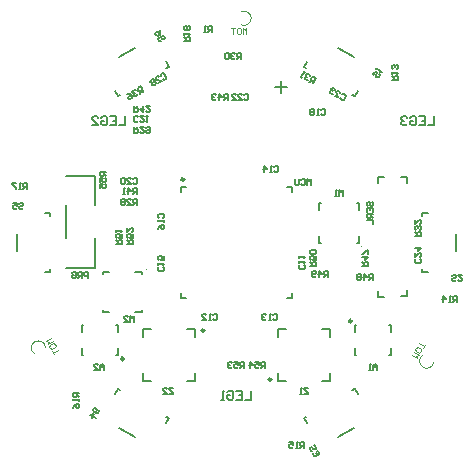
<source format=gbo>
G04 Layer_Color=32896*
%FSLAX25Y25*%
%MOIN*%
G70*
G01*
G75*
%ADD37C,0.00500*%
%ADD39C,0.00984*%
%ADD67C,0.00394*%
%ADD69C,0.00787*%
D37*
X148500Y124599D02*
Y121600D01*
X146501D01*
X143502Y124599D02*
X145501D01*
Y121600D01*
X143502D01*
X145501Y123100D02*
X144501D01*
X140503Y124099D02*
X141002Y124599D01*
X142002D01*
X142502Y124099D01*
Y122100D01*
X142002Y121600D01*
X141002D01*
X140503Y122100D01*
Y123100D01*
X141502D01*
X139503Y124099D02*
X139003Y124599D01*
X138003D01*
X137504Y124099D01*
Y123599D01*
X138003Y123100D01*
X138503D01*
X138003D01*
X137504Y122600D01*
Y122100D01*
X138003Y121600D01*
X139003D01*
X139503Y122100D01*
X45400Y124599D02*
Y121600D01*
X43401D01*
X40402Y124599D02*
X42401D01*
Y121600D01*
X40402D01*
X42401Y123100D02*
X41401D01*
X37403Y124099D02*
X37902Y124599D01*
X38902D01*
X39402Y124099D01*
Y122100D01*
X38902Y121600D01*
X37902D01*
X37403Y122100D01*
Y123100D01*
X38402D01*
X34404Y121600D02*
X36403D01*
X34404Y123599D01*
Y124099D01*
X34903Y124599D01*
X35903D01*
X36403Y124099D01*
X87500Y32999D02*
Y30000D01*
X85501D01*
X82502Y32999D02*
X84501D01*
Y30000D01*
X82502D01*
X84501Y31499D02*
X83501D01*
X79503Y32499D02*
X80002Y32999D01*
X81002D01*
X81502Y32499D01*
Y30500D01*
X81002Y30000D01*
X80002D01*
X79503Y30500D01*
Y31499D01*
X80502D01*
X78503Y30000D02*
X77503D01*
X78003D01*
Y32999D01*
X78503Y32499D01*
X129500Y40000D02*
Y41333D01*
X128833Y41999D01*
X128167Y41333D01*
Y40000D01*
Y41000D01*
X129500D01*
X127501Y40000D02*
X126834D01*
X127167D01*
Y41999D01*
X127501Y41666D01*
X38500Y40000D02*
Y41333D01*
X37834Y41999D01*
X37167Y41333D01*
Y40000D01*
Y41000D01*
X38500D01*
X35168Y40000D02*
X36501D01*
X35168Y41333D01*
Y41666D01*
X35501Y41999D01*
X36167D01*
X36501Y41666D01*
X105166Y74833D02*
X105499Y74500D01*
Y73833D01*
X105166Y73500D01*
X103833D01*
X103500Y73833D01*
Y74500D01*
X103833Y74833D01*
X103500Y75499D02*
Y76166D01*
Y75833D01*
X105499D01*
X105166Y75499D01*
X103500Y77166D02*
Y77832D01*
Y77499D01*
X105499D01*
X105166Y77166D01*
X74667Y58166D02*
X75000Y58499D01*
X75667D01*
X76000Y58166D01*
Y56833D01*
X75667Y56500D01*
X75000D01*
X74667Y56833D01*
X74001Y56500D02*
X73334D01*
X73667D01*
Y58499D01*
X74001Y58166D01*
X71002Y56500D02*
X72334D01*
X71002Y57833D01*
Y58166D01*
X71335Y58499D01*
X72001D01*
X72334Y58166D01*
X94667D02*
X95000Y58499D01*
X95667D01*
X96000Y58166D01*
Y56833D01*
X95667Y56500D01*
X95000D01*
X94667Y56833D01*
X94001Y56500D02*
X93334D01*
X93667D01*
Y58499D01*
X94001Y58166D01*
X92335D02*
X92001Y58499D01*
X91335D01*
X91002Y58166D01*
Y57833D01*
X91335Y57500D01*
X91668D01*
X91335D01*
X91002Y57166D01*
Y56833D01*
X91335Y56500D01*
X92001D01*
X92335Y56833D01*
X95167Y107666D02*
X95500Y107999D01*
X96167D01*
X96500Y107666D01*
Y106333D01*
X96167Y106000D01*
X95500D01*
X95167Y106333D01*
X94501Y106000D02*
X93834D01*
X94167D01*
Y107999D01*
X94501Y107666D01*
X91835Y106000D02*
Y107999D01*
X92835Y107000D01*
X91502D01*
X58166Y74333D02*
X58499Y74000D01*
Y73333D01*
X58166Y73000D01*
X56833D01*
X56500Y73333D01*
Y74000D01*
X56833Y74333D01*
X56500Y74999D02*
Y75666D01*
Y75333D01*
X58499D01*
X58166Y74999D01*
X58499Y77998D02*
Y76666D01*
X57500D01*
X57833Y77332D01*
Y77665D01*
X57500Y77998D01*
X56833D01*
X56500Y77665D01*
Y76999D01*
X56833Y76666D01*
X56834Y90667D02*
X56501Y91000D01*
Y91667D01*
X56834Y92000D01*
X58167D01*
X58500Y91667D01*
Y91000D01*
X58167Y90667D01*
X58500Y90001D02*
Y89334D01*
Y89667D01*
X56501D01*
X56834Y90001D01*
X56501Y87002D02*
X56834Y87668D01*
X57500Y88335D01*
X58167D01*
X58500Y88001D01*
Y87335D01*
X58167Y87002D01*
X57834D01*
X57500Y87335D01*
Y88335D01*
X117753Y131953D02*
X118206Y132080D01*
X118788Y131754D01*
X118915Y131301D01*
X118263Y130138D01*
X117809Y130011D01*
X117228Y130337D01*
X117101Y130790D01*
X115194Y131478D02*
X116356Y130826D01*
X115846Y132640D01*
X116009Y132931D01*
X116463Y133059D01*
X117044Y132733D01*
X117171Y132279D01*
X115428Y133257D02*
X115300Y133711D01*
X114719Y134037D01*
X114265Y133909D01*
X114102Y133619D01*
X114230Y133165D01*
X114520Y133002D01*
X114230Y133165D01*
X113776Y133037D01*
X113613Y132747D01*
X113741Y132293D01*
X114322Y131967D01*
X114776Y132095D01*
X143666Y76833D02*
X143999Y76500D01*
Y75833D01*
X143666Y75500D01*
X142333D01*
X142000Y75833D01*
Y76500D01*
X142333Y76833D01*
X142000Y78832D02*
Y77499D01*
X143333Y78832D01*
X143666D01*
X143999Y78499D01*
Y77833D01*
X143666Y77499D01*
X142000Y80498D02*
X143999D01*
X143000Y79499D01*
Y80832D01*
X57304Y138062D02*
X57433Y138515D01*
X58016Y138839D01*
X58469Y138709D01*
X59116Y137544D01*
X58987Y137091D01*
X58404Y136767D01*
X57951Y136897D01*
X56365Y135635D02*
X57530Y136282D01*
X55718Y136800D01*
X55556Y137091D01*
X55685Y137544D01*
X56268Y137868D01*
X56721Y137739D01*
X54973Y136767D02*
X54520Y136897D01*
X53938Y136573D01*
X53808Y136120D01*
X53970Y135829D01*
X54423Y135699D01*
X54294Y135246D01*
X54456Y134955D01*
X54909Y134826D01*
X55491Y135149D01*
X55621Y135602D01*
X55459Y135894D01*
X55006Y136023D01*
X55135Y136476D01*
X54973Y136767D01*
X55006Y136023D02*
X54423Y135699D01*
X110667Y126666D02*
X111000Y126999D01*
X111667D01*
X112000Y126666D01*
Y125333D01*
X111667Y125000D01*
X111000D01*
X110667Y125333D01*
X110001Y125000D02*
X109334D01*
X109667D01*
Y126999D01*
X110001Y126666D01*
X108335D02*
X108001Y126999D01*
X107335D01*
X107002Y126666D01*
Y126333D01*
X107335Y126000D01*
X107002Y125666D01*
Y125333D01*
X107335Y125000D01*
X108001D01*
X108335Y125333D01*
Y125666D01*
X108001Y126000D01*
X108335Y126333D01*
Y126666D01*
X108001Y126000D02*
X107335D01*
X48167Y103666D02*
X48500Y103999D01*
X49167D01*
X49500Y103666D01*
Y102333D01*
X49167Y102000D01*
X48500D01*
X48167Y102333D01*
X46168Y102000D02*
X47501D01*
X46168Y103333D01*
Y103666D01*
X46501Y103999D01*
X47167D01*
X47501Y103666D01*
X45501D02*
X45168Y103999D01*
X44502D01*
X44168Y103666D01*
Y102333D01*
X44502Y102000D01*
X45168D01*
X45501Y102333D01*
Y103666D01*
X49846Y122845D02*
X49516Y122509D01*
X48849Y122503D01*
X48513Y122834D01*
X48503Y124167D01*
X48833Y124503D01*
X49500Y124508D01*
X49836Y124178D01*
X51832Y124527D02*
X50499Y124516D01*
X51843Y123194D01*
X51846Y122861D01*
X51515Y122525D01*
X50849Y122520D01*
X50513Y122850D01*
X52499Y124532D02*
X53165Y124538D01*
X52832Y124535D01*
X52848Y122536D01*
X52512Y122866D01*
X85167Y131666D02*
X85500Y131999D01*
X86167D01*
X86500Y131666D01*
Y130333D01*
X86167Y130000D01*
X85500D01*
X85167Y130333D01*
X83168Y130000D02*
X84501D01*
X83168Y131333D01*
Y131666D01*
X83501Y131999D01*
X84167D01*
X84501Y131666D01*
X81168Y130000D02*
X82501D01*
X81168Y131333D01*
Y131666D01*
X81502Y131999D01*
X82168D01*
X82501Y131666D01*
X118000Y98000D02*
Y99999D01*
X117333Y99333D01*
X116667Y99999D01*
Y98000D01*
X116001D02*
X115334D01*
X115667D01*
Y99999D01*
X116001Y99666D01*
X48500Y56000D02*
Y57999D01*
X47834Y57333D01*
X47167Y57999D01*
Y56000D01*
X45168D02*
X46501D01*
X45168Y57333D01*
Y57666D01*
X45501Y57999D01*
X46167D01*
X46501Y57666D01*
X107500Y101500D02*
Y103499D01*
X106834Y102833D01*
X106167Y103499D01*
Y101500D01*
X104168Y103166D02*
X104501Y103499D01*
X105167D01*
X105501Y103166D01*
Y101833D01*
X105167Y101500D01*
X104501D01*
X104168Y101833D01*
X103501Y103499D02*
Y101833D01*
X103168Y101500D01*
X102502D01*
X102168Y101833D01*
Y103499D01*
X33000Y70500D02*
Y72499D01*
X32000D01*
X31667Y72166D01*
Y71500D01*
X32000Y71166D01*
X33000D01*
X31001Y70500D02*
Y72499D01*
X30001D01*
X29668Y72166D01*
Y71500D01*
X30001Y71166D01*
X31001D01*
X30334D02*
X29668Y70500D01*
X27668Y72166D02*
X28002Y72499D01*
X28668D01*
X29001Y72166D01*
Y70833D01*
X28668Y70500D01*
X28002D01*
X27668Y70833D01*
Y71500D01*
X28335D01*
X108000Y135500D02*
X108931Y137269D01*
X108047Y137735D01*
X107597Y137595D01*
X107286Y137005D01*
X107426Y136555D01*
X108310Y136090D01*
X107721Y136400D02*
X106820Y136121D01*
X107007Y137906D02*
X106867Y138356D01*
X106277Y138666D01*
X105827Y138526D01*
X105672Y138232D01*
X105812Y137781D01*
X106107Y137626D01*
X105812Y137781D01*
X105362Y137642D01*
X105206Y137347D01*
X105346Y136897D01*
X105936Y136586D01*
X106386Y136726D01*
X104462Y137362D02*
X103872Y137673D01*
X104167Y137518D01*
X105098Y139287D01*
X105237Y138837D01*
X142000Y84500D02*
X143999D01*
Y85500D01*
X143666Y85833D01*
X143000D01*
X142666Y85500D01*
Y84500D01*
Y85166D02*
X142000Y85833D01*
X143666Y86499D02*
X143999Y86833D01*
Y87499D01*
X143666Y87832D01*
X143333D01*
X143000Y87499D01*
Y87166D01*
Y87499D01*
X142666Y87832D01*
X142333D01*
X142000Y87499D01*
Y86833D01*
X142333Y86499D01*
X142000Y89832D02*
Y88499D01*
X143333Y89832D01*
X143666D01*
X143999Y89498D01*
Y88832D01*
X143666Y88499D01*
X51500Y132755D02*
X50529Y134502D01*
X49655Y134017D01*
X49526Y133564D01*
X49849Y132981D01*
X50302Y132852D01*
X51176Y133337D01*
X50594Y133013D02*
X50335Y132107D01*
X48943Y133240D02*
X48490Y133370D01*
X47907Y133046D01*
X47778Y132593D01*
X47940Y132301D01*
X48393Y132172D01*
X48684Y132334D01*
X48393Y132172D01*
X48263Y131719D01*
X48425Y131428D01*
X48878Y131298D01*
X49461Y131622D01*
X49590Y132075D01*
X45868Y131913D02*
X46613Y131945D01*
X47519Y131686D01*
X47843Y131104D01*
X47713Y130651D01*
X47131Y130327D01*
X46678Y130457D01*
X46516Y130748D01*
X46645Y131201D01*
X47519Y131686D01*
X134500Y136500D02*
X136499D01*
Y137500D01*
X136166Y137833D01*
X135500D01*
X135167Y137500D01*
Y136500D01*
Y137167D02*
X134500Y137833D01*
Y138499D02*
Y139166D01*
Y138833D01*
X136499D01*
X136166Y138499D01*
Y140165D02*
X136499Y140499D01*
Y141165D01*
X136166Y141498D01*
X135833D01*
X135500Y141165D01*
Y140832D01*
Y141165D01*
X135167Y141498D01*
X134833D01*
X134500Y141165D01*
Y140499D01*
X134833Y140165D01*
X156000Y62500D02*
Y64499D01*
X155000D01*
X154667Y64166D01*
Y63500D01*
X155000Y63166D01*
X156000D01*
X155333D02*
X154667Y62500D01*
X154001D02*
X153334D01*
X153667D01*
Y64499D01*
X154001Y64166D01*
X151335Y62500D02*
Y64499D01*
X152334Y63500D01*
X151002D01*
X104900Y14100D02*
Y16099D01*
X103900D01*
X103567Y15766D01*
Y15100D01*
X103900Y14766D01*
X104900D01*
X104234D02*
X103567Y14100D01*
X102901D02*
X102234D01*
X102567D01*
Y16099D01*
X102901Y15766D01*
X99902Y16099D02*
X101234D01*
Y15100D01*
X100568Y15433D01*
X100235D01*
X99902Y15100D01*
Y14433D01*
X100235Y14100D01*
X100901D01*
X101234Y14433D01*
X29900Y32300D02*
X27901D01*
Y31300D01*
X28234Y30967D01*
X28900D01*
X29234Y31300D01*
Y32300D01*
Y31634D02*
X29900Y30967D01*
Y30301D02*
Y29634D01*
Y29967D01*
X27901D01*
X28234Y30301D01*
X27901Y27302D02*
X28234Y27968D01*
X28900Y28635D01*
X29567D01*
X29900Y28301D01*
Y27635D01*
X29567Y27302D01*
X29234D01*
X28900Y27635D01*
Y28635D01*
X12700Y100200D02*
Y102199D01*
X11700D01*
X11367Y101866D01*
Y101200D01*
X11700Y100866D01*
X12700D01*
X12033D02*
X11367Y100200D01*
X10701D02*
X10034D01*
X10367D01*
Y102199D01*
X10701Y101866D01*
X9035Y102199D02*
X7702D01*
Y101866D01*
X9035Y100533D01*
Y100200D01*
X65000Y149500D02*
X66999D01*
Y150500D01*
X66666Y150833D01*
X66000D01*
X65666Y150500D01*
Y149500D01*
Y150166D02*
X65000Y150833D01*
Y151499D02*
Y152166D01*
Y151833D01*
X66999D01*
X66666Y151499D01*
Y153165D02*
X66999Y153499D01*
Y154165D01*
X66666Y154498D01*
X66333D01*
X66000Y154165D01*
X65666Y154498D01*
X65333D01*
X65000Y154165D01*
Y153499D01*
X65333Y153165D01*
X65666D01*
X66000Y153499D01*
X66333Y153165D01*
X66666D01*
X66000Y153499D02*
Y154165D01*
X39000Y106000D02*
X37001D01*
Y105000D01*
X37334Y104667D01*
X38000D01*
X38334Y105000D01*
Y106000D01*
Y105333D02*
X39000Y104667D01*
X37001Y102668D02*
Y104001D01*
X38000D01*
X37667Y103334D01*
Y103001D01*
X38000Y102668D01*
X38667D01*
X39000Y103001D01*
Y103667D01*
X38667Y104001D01*
X37001Y100668D02*
Y102001D01*
X38000D01*
X37667Y101335D01*
Y101002D01*
X38000Y100668D01*
X38667D01*
X39000Y101002D01*
Y101668D01*
X38667Y102001D01*
X92000Y40500D02*
Y42499D01*
X91000D01*
X90667Y42166D01*
Y41500D01*
X91000Y41166D01*
X92000D01*
X91334D02*
X90667Y40500D01*
X88668Y42499D02*
X90001D01*
Y41500D01*
X89334Y41833D01*
X89001D01*
X88668Y41500D01*
Y40833D01*
X89001Y40500D01*
X89667D01*
X90001Y40833D01*
X87002Y40500D02*
Y42499D01*
X88001Y41500D01*
X86668D01*
X85000Y40500D02*
Y42499D01*
X84000D01*
X83667Y42166D01*
Y41500D01*
X84000Y41166D01*
X85000D01*
X84334D02*
X83667Y40500D01*
X81668Y42499D02*
X83001D01*
Y41500D01*
X82334Y41833D01*
X82001D01*
X81668Y41500D01*
Y40833D01*
X82001Y40500D01*
X82667D01*
X83001Y40833D01*
X81001Y42166D02*
X80668Y42499D01*
X80002D01*
X79668Y42166D01*
Y41833D01*
X80002Y41500D01*
X80335D01*
X80002D01*
X79668Y41166D01*
Y40833D01*
X80002Y40500D01*
X80668D01*
X81001Y40833D01*
X49500Y95000D02*
Y96999D01*
X48500D01*
X48167Y96666D01*
Y96000D01*
X48500Y95666D01*
X49500D01*
X48834D02*
X48167Y95000D01*
X46168D02*
X47501D01*
X46168Y96333D01*
Y96666D01*
X46501Y96999D01*
X47167D01*
X47501Y96666D01*
X45501D02*
X45168Y96999D01*
X44502D01*
X44168Y96666D01*
Y96333D01*
X44502Y96000D01*
X44168Y95666D01*
Y95333D01*
X44502Y95000D01*
X45168D01*
X45501Y95333D01*
Y95666D01*
X45168Y96000D01*
X45501Y96333D01*
Y96666D01*
X45168Y96000D02*
X44502D01*
X49500Y98500D02*
Y100499D01*
X48500D01*
X48167Y100166D01*
Y99500D01*
X48500Y99166D01*
X49500D01*
X48834D02*
X48167Y98500D01*
X46501D02*
Y100499D01*
X47501Y99500D01*
X46168D01*
X45501Y98500D02*
X44835D01*
X45168D01*
Y100499D01*
X45501Y100166D01*
X48500Y121000D02*
X48516Y119001D01*
X49516Y119009D01*
X49846Y119345D01*
X49841Y120011D01*
X49505Y120342D01*
X48505Y120334D01*
X49172Y120339D02*
X49833Y121011D01*
X51832Y121027D02*
X50499Y121016D01*
X51843Y119694D01*
X51846Y119361D01*
X51515Y119025D01*
X50849Y119020D01*
X50513Y119350D01*
X52501Y120699D02*
X52832Y121035D01*
X53498Y121041D01*
X53834Y120710D01*
X53845Y119377D01*
X53514Y119041D01*
X52848Y119036D01*
X52512Y119367D01*
X52509Y119700D01*
X52840Y120036D01*
X53839Y120044D01*
X48500Y128000D02*
Y126001D01*
X49500D01*
X49833Y126334D01*
Y127000D01*
X49500Y127333D01*
X48500D01*
X49166D02*
X49833Y128000D01*
X51499D02*
Y126001D01*
X50499Y127000D01*
X51832D01*
X53832Y128000D02*
X52499D01*
X53832Y126667D01*
Y126334D01*
X53498Y126001D01*
X52832D01*
X52499Y126334D01*
X83900Y143600D02*
Y145599D01*
X82900D01*
X82567Y145266D01*
Y144600D01*
X82900Y144266D01*
X83900D01*
X83234D02*
X82567Y143600D01*
X81901Y145266D02*
X81567Y145599D01*
X80901D01*
X80568Y145266D01*
Y144933D01*
X80901Y144600D01*
X81234D01*
X80901D01*
X80568Y144266D01*
Y143933D01*
X80901Y143600D01*
X81567D01*
X81901Y143933D01*
X79901Y145266D02*
X79568Y145599D01*
X78902D01*
X78568Y145266D01*
Y143933D01*
X78902Y143600D01*
X79568D01*
X79901Y143933D01*
Y145266D01*
X79700Y130000D02*
Y131999D01*
X78700D01*
X78367Y131666D01*
Y131000D01*
X78700Y130666D01*
X79700D01*
X79034D02*
X78367Y130000D01*
X76701D02*
Y131999D01*
X77701Y131000D01*
X76368D01*
X75701Y131666D02*
X75368Y131999D01*
X74702D01*
X74368Y131666D01*
Y131333D01*
X74702Y131000D01*
X75035D01*
X74702D01*
X74368Y130666D01*
Y130333D01*
X74702Y130000D01*
X75368D01*
X75701Y130333D01*
X74500Y152500D02*
Y154499D01*
X73500D01*
X73167Y154166D01*
Y153500D01*
X73500Y153166D01*
X74500D01*
X73834D02*
X73167Y152500D01*
X72501D02*
X71834D01*
X72167D01*
Y154499D01*
X72501Y154166D01*
X124500Y74500D02*
X126499D01*
Y75500D01*
X126166Y75833D01*
X125500D01*
X125166Y75500D01*
Y74500D01*
Y75166D02*
X124500Y75833D01*
Y77499D02*
X126499D01*
X125500Y76499D01*
Y77832D01*
X126499Y78499D02*
Y79832D01*
X126166D01*
X124833Y78499D01*
X124500D01*
X128000Y70012D02*
Y72011D01*
X127000D01*
X126667Y71678D01*
Y71012D01*
X127000Y70678D01*
X128000D01*
X127333D02*
X126667Y70012D01*
X125001D02*
Y72011D01*
X126001Y71012D01*
X124668D01*
X124001Y71678D02*
X123668Y72011D01*
X123002D01*
X122668Y71678D01*
Y71345D01*
X123002Y71012D01*
X122668Y70678D01*
Y70345D01*
X123002Y70012D01*
X123668D01*
X124001Y70345D01*
Y70678D01*
X123668Y71012D01*
X124001Y71345D01*
Y71678D01*
X123668Y71012D02*
X123002D01*
X113000Y71000D02*
Y72999D01*
X112000D01*
X111667Y72666D01*
Y72000D01*
X112000Y71666D01*
X113000D01*
X112334D02*
X111667Y71000D01*
X110001D02*
Y72999D01*
X111001Y72000D01*
X109668D01*
X109001Y71333D02*
X108668Y71000D01*
X108002D01*
X107668Y71333D01*
Y72666D01*
X108002Y72999D01*
X108668D01*
X109001Y72666D01*
Y72333D01*
X108668Y72000D01*
X107668D01*
X107000Y74500D02*
X108999D01*
Y75500D01*
X108666Y75833D01*
X108000D01*
X107667Y75500D01*
Y74500D01*
Y75166D02*
X107000Y75833D01*
X108999Y77832D02*
Y76499D01*
X108000D01*
X108333Y77166D01*
Y77499D01*
X108000Y77832D01*
X107333D01*
X107000Y77499D01*
Y76833D01*
X107333Y76499D01*
X108666Y78499D02*
X108999Y78832D01*
Y79498D01*
X108666Y79832D01*
X107333D01*
X107000Y79498D01*
Y78832D01*
X107333Y78499D01*
X108666D01*
X42500Y82000D02*
X44499D01*
Y83000D01*
X44166Y83333D01*
X43500D01*
X43166Y83000D01*
Y82000D01*
Y82666D02*
X42500Y83333D01*
X44499Y85332D02*
Y83999D01*
X43500D01*
X43833Y84666D01*
Y84999D01*
X43500Y85332D01*
X42833D01*
X42500Y84999D01*
Y84333D01*
X42833Y83999D01*
X42500Y85999D02*
Y86665D01*
Y86332D01*
X44499D01*
X44166Y85999D01*
X46000Y82000D02*
X47999D01*
Y83000D01*
X47666Y83333D01*
X47000D01*
X46666Y83000D01*
Y82000D01*
Y82666D02*
X46000Y83333D01*
X47999Y85332D02*
Y83999D01*
X47000D01*
X47333Y84666D01*
Y84999D01*
X47000Y85332D01*
X46333D01*
X46000Y84999D01*
Y84333D01*
X46333Y83999D01*
X46000Y87332D02*
Y85999D01*
X47333Y87332D01*
X47666D01*
X47999Y86998D01*
Y86332D01*
X47666Y85999D01*
X130117Y138762D02*
X130227Y138303D01*
X129877Y137736D01*
X129419Y137627D01*
X129135Y137801D01*
X129026Y138260D01*
X129375Y138828D01*
X129266Y139286D01*
X128982Y139461D01*
X128524Y139351D01*
X128175Y138784D01*
X128284Y138325D01*
X129048Y140203D02*
X129397Y140770D01*
X129223Y140487D01*
X130925Y139439D01*
X130467Y139330D01*
X155833Y69834D02*
X155500Y69501D01*
X154833D01*
X154500Y69834D01*
Y70167D01*
X154833Y70500D01*
X155500D01*
X155833Y70834D01*
Y71167D01*
X155500Y71500D01*
X154833D01*
X154500Y71167D01*
X157832Y71500D02*
X156499D01*
X157832Y70167D01*
Y69834D01*
X157499Y69501D01*
X156833D01*
X156499Y69834D01*
X107780Y12992D02*
X107321Y13101D01*
X106972Y13668D01*
X107081Y14127D01*
X107365Y14301D01*
X107823Y14192D01*
X108173Y13625D01*
X108631Y13516D01*
X108915Y13690D01*
X109024Y14149D01*
X108675Y14716D01*
X108216Y14825D01*
X108129Y12424D02*
X108020Y11966D01*
X108369Y11398D01*
X108827Y11289D01*
X109111Y11463D01*
X109220Y11922D01*
X109046Y12206D01*
X109220Y11922D01*
X109679Y11813D01*
X109963Y11987D01*
X110072Y12446D01*
X109722Y13013D01*
X109264Y13123D01*
X34894Y26155D02*
X34767Y26609D01*
X35094Y27190D01*
X35548Y27317D01*
X35838Y27154D01*
X35965Y26700D01*
X35639Y26119D01*
X35766Y25665D01*
X36056Y25502D01*
X36510Y25629D01*
X36837Y26210D01*
X36710Y26663D01*
X35530Y23886D02*
X33787Y24866D01*
X35149Y25247D01*
X34495Y24086D01*
X10167Y95166D02*
X10500Y95499D01*
X11167D01*
X11500Y95166D01*
Y94833D01*
X11167Y94500D01*
X10500D01*
X10167Y94166D01*
Y93833D01*
X10500Y93500D01*
X11167D01*
X11500Y93833D01*
X8168Y95499D02*
X9501D01*
Y94500D01*
X8834Y94833D01*
X8501D01*
X8168Y94500D01*
Y93833D01*
X8501Y93500D01*
X9167D01*
X9501Y93833D01*
X57785Y151484D02*
X58240Y151360D01*
X58571Y150781D01*
X58447Y150327D01*
X58157Y150161D01*
X57703Y150285D01*
X57372Y150864D01*
X56917Y150988D01*
X56628Y150823D01*
X56504Y150368D01*
X56835Y149789D01*
X57289Y149665D01*
X57083Y153385D02*
X57124Y152641D01*
X56876Y151732D01*
X56297Y151401D01*
X55843Y151525D01*
X55512Y152104D01*
X55636Y152559D01*
X55925Y152724D01*
X56380Y152600D01*
X56876Y151732D01*
X126334Y94667D02*
X126001Y95000D01*
Y95667D01*
X126334Y96000D01*
X126667D01*
X127000Y95667D01*
Y95000D01*
X127333Y94667D01*
X127667D01*
X128000Y95000D01*
Y95667D01*
X127667Y96000D01*
X126001Y92668D02*
Y94001D01*
X128000D01*
Y92668D01*
X127000Y94001D02*
Y93334D01*
X128000Y92001D02*
X126001D01*
Y91002D01*
X126334Y90668D01*
X127000D01*
X127333Y91002D01*
Y92001D01*
Y91335D02*
X128000Y90668D01*
X126001Y90002D02*
X128000D01*
Y88669D01*
X106500Y33999D02*
X105167D01*
Y33666D01*
X106500Y32333D01*
Y32000D01*
X105167D01*
X104501D02*
X103834D01*
X104167D01*
Y33999D01*
X104501Y33666D01*
X61500Y33999D02*
X60167D01*
Y33666D01*
X61500Y32333D01*
Y32000D01*
X60167D01*
X58168D02*
X59501D01*
X58168Y33333D01*
Y33666D01*
X58501Y33999D01*
X59167D01*
X59501Y33666D01*
D39*
X65079Y103563D02*
G03*
X65079Y103563I-492J0D01*
G01*
X71811Y53169D02*
G03*
X71811Y53169I-492J0D01*
G01*
X94173Y36831D02*
G03*
X94173Y36831I-492J0D01*
G01*
X44972Y43701D02*
G03*
X44972Y43701I-492J0D01*
G01*
X121012Y56299D02*
G03*
X121012Y56299I-492J0D01*
G01*
D67*
X52374Y73480D02*
G03*
X52374Y73480I-197J0D01*
G01*
X124377Y81223D02*
G03*
X124377Y81223I-197J0D01*
G01*
X18887Y47567D02*
G03*
X15153Y45412I-2369J-207D01*
G01*
X144559Y44876D02*
G03*
X148293Y42720I1364J-1948D01*
G01*
X84054Y155057D02*
G03*
X84054Y159368I1005J2156D01*
G01*
X20727Y50699D02*
X19023Y49715D01*
X19918Y49475D01*
X19678Y48579D01*
X21383Y49563D01*
X20498Y47159D02*
X20170Y47727D01*
X20290Y48175D01*
X21427Y48831D01*
X21875Y48711D01*
X22203Y48143D01*
X22083Y47695D01*
X20946Y47039D01*
X20498Y47159D01*
X20990Y46307D02*
X21646Y45171D01*
X21318Y45739D01*
X23022Y46723D01*
X140927Y44903D02*
X142631Y43919D01*
X142391Y44815D01*
X143287Y45055D01*
X141583Y46039D01*
X144107Y46475D02*
X143779Y45907D01*
X143331Y45787D01*
X142195Y46443D01*
X142075Y46891D01*
X142403Y47459D01*
X142851Y47580D01*
X143987Y46924D01*
X144107Y46475D01*
X144599Y47328D02*
X145255Y48464D01*
X144927Y47896D01*
X143223Y48880D01*
X85847Y151898D02*
Y153866D01*
X85190Y153209D01*
X84535Y153866D01*
Y151898D01*
X82895Y153866D02*
X83551D01*
X83879Y153537D01*
Y152226D01*
X83551Y151898D01*
X82895D01*
X82567Y152226D01*
Y153537D01*
X82895Y153866D01*
X81911D02*
X80599D01*
X81255D01*
Y151898D01*
D69*
X63996Y101004D02*
X65669D01*
X63996Y99331D02*
Y101004D01*
X99331D02*
X101004D01*
Y99331D02*
Y101004D01*
X99331Y63996D02*
X101004D01*
Y65669D01*
X63996Y63996D02*
X65669D01*
X63996D02*
Y65669D01*
X51240Y53760D02*
X53996D01*
X51240Y51004D02*
Y53760D01*
Y36240D02*
X53996D01*
X51240D02*
Y38996D01*
X66004Y36240D02*
X68760D01*
Y38996D01*
X66004Y53760D02*
X68760D01*
Y51004D02*
Y53760D01*
X111004Y36240D02*
X113760D01*
Y38996D01*
X111004Y53760D02*
X113760D01*
Y51004D02*
Y53760D01*
X96240D02*
X98996D01*
X96240Y51004D02*
Y53760D01*
Y36240D02*
X98996D01*
X96240D02*
Y38996D01*
X95461Y134248D02*
X99398D01*
X97429Y132280D02*
Y136216D01*
X48831Y72594D02*
X51095D01*
Y72102D02*
Y72594D01*
Y59405D02*
Y59898D01*
X48831Y59405D02*
X51095D01*
X37905Y59405D02*
Y59898D01*
Y59405D02*
X40169D01*
X37905Y72102D02*
Y72594D01*
Y72594D02*
X40169D01*
X123294Y82306D02*
Y84569D01*
X122802Y82306D02*
X123294D01*
X110106D02*
X110598D01*
X110106D02*
Y84569D01*
X110106Y95495D02*
X110598D01*
X110106Y93231D02*
Y95495D01*
X122802D02*
X123294D01*
X123294Y93231D02*
Y95495D01*
X139421Y102421D02*
Y104390D01*
X137453D02*
X139421D01*
X129579D02*
X131547D01*
X129579Y102421D02*
Y104390D01*
Y64429D02*
Y66398D01*
Y64429D02*
X131547D01*
X137453Y64626D02*
X139421D01*
Y66594D01*
X43427Y144271D02*
X48541Y147224D01*
X9468Y79547D02*
Y85452D01*
X43427Y20729D02*
X48542Y17776D01*
X116459Y17776D02*
X121573Y20729D01*
X155532Y79548D02*
Y85453D01*
X116458Y147224D02*
X121573Y144271D01*
X25579Y83917D02*
Y94941D01*
X35421Y74075D02*
Y83917D01*
X25579Y74075D02*
X35421D01*
Y94941D02*
Y104783D01*
X25579D02*
X35421D01*
X59045Y142828D02*
X60030Y141123D01*
X59177Y140631D02*
X60030Y141123D01*
X42982Y131280D02*
X43834Y131772D01*
X41998Y132985D02*
X42982Y131280D01*
X18543Y92343D02*
X20512D01*
Y91358D02*
Y92343D01*
Y72658D02*
Y73642D01*
X18543Y72658D02*
X20512D01*
X41998Y32033D02*
X42982Y33738D01*
X43834Y33246D01*
X59177Y24387D02*
X60030Y23895D01*
X59045Y22191D02*
X60030Y23895D01*
X104970D02*
X105955Y22191D01*
X104970Y23895D02*
X105823Y24387D01*
X121166Y33246D02*
X122018Y33738D01*
X123002Y32033D01*
X144488Y72658D02*
X146457D01*
X144488D02*
Y73642D01*
Y91358D02*
Y92343D01*
X146457D01*
X122018Y131262D02*
X123002Y132967D01*
X121166Y131755D02*
X122018Y131262D01*
X104970Y141105D02*
X105823Y140613D01*
X104970Y141105D02*
X105955Y142810D01*
X42906Y52559D02*
Y54921D01*
X42512D02*
X42906D01*
Y45079D02*
Y47441D01*
X42512Y45079D02*
X42906D01*
X31095D02*
Y47441D01*
Y45079D02*
X31488D01*
X31095Y52559D02*
Y54921D01*
X31488D01*
X122095Y45079D02*
Y47441D01*
Y45079D02*
X122488D01*
X122095Y52559D02*
Y54921D01*
X122488D01*
X133905Y52559D02*
Y54921D01*
X133512D02*
X133905D01*
Y45079D02*
Y47441D01*
X133512Y45079D02*
X133905D01*
M02*

</source>
